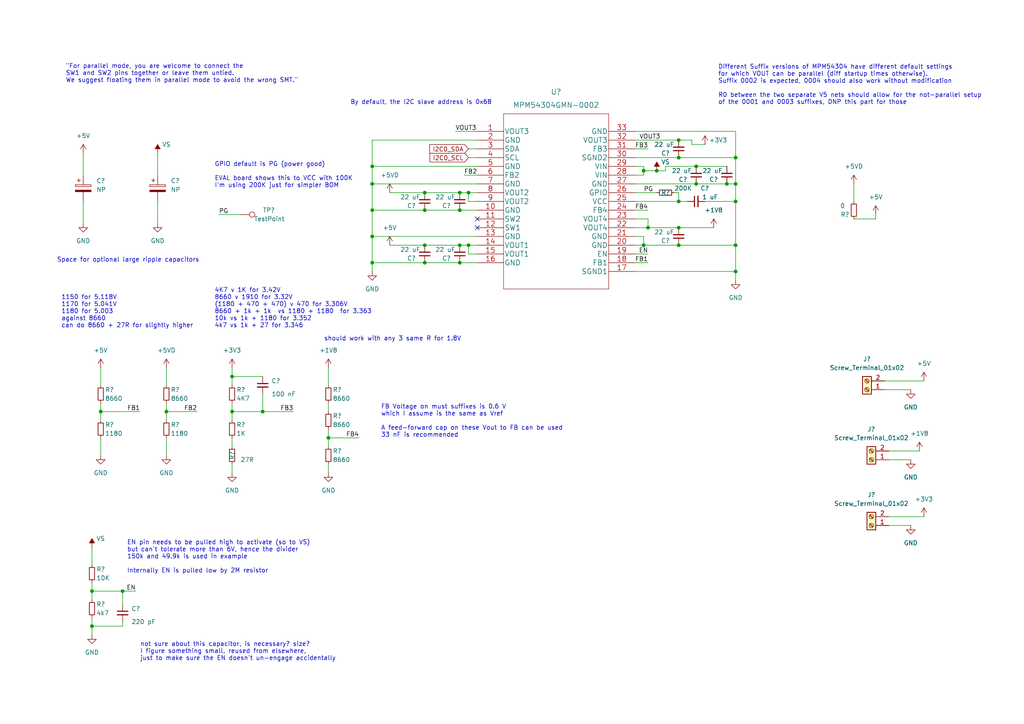
<source format=kicad_sch>
(kicad_sch (version 20211123) (generator eeschema)
  (paper "A4")
  (lib_symbols
    (symbol "Connector:Screw_Terminal_01x02" (pin_names (offset 1.016) hide)
      (property "Reference" "J" (at 0 2.54 0))
      (property "Value" "Screw_Terminal_01x02" (at 0 -5.08 0))
      (symbol "Screw_Terminal_01x02_1_1"
        (rectangle (start -1.27 1.27) (end 1.27 -3.81) (stroke (width 0.254)) (fill (type background)))
        (circle (center 0 -2.54) (radius 0.635) (stroke (width 0.1524)))
        (polyline (pts (xy -0.5334 -2.2098) (xy 0.3302 -3.048)) (stroke (width 0.1524)))
        (polyline (pts (xy -0.5334 0.3302) (xy 0.3302 -0.508)) (stroke (width 0.1524)))
        (polyline (pts (xy -0.3556 -2.032) (xy 0.508 -2.8702)) (stroke (width 0.1524)))
        (polyline (pts (xy -0.3556 0.508) (xy 0.508 -0.3302)) (stroke (width 0.1524)))
        (circle (center 0 0) (radius 0.635) (stroke (width 0.1524)))
        (pin passive line (at -5.08 0 0) (length 3.81) (name "Pin_1") (number "1"))
        (pin passive line (at -5.08 -2.54 0) (length 3.81) (name "Pin_2") (number "2"))
      )
    )
    (symbol "Connector:TestPoint" (pin_numbers hide) (pin_names (offset 0.762) hide)
      (property "Reference" "TP" (at 0 6.858 0))
      (property "Value" "TestPoint" (at 0 5.08 0))
      (symbol "TestPoint_0_1"
        (circle (center 0 3.302) (radius 0.762))
      )
      (symbol "TestPoint_1_1"
        (pin passive line (at 0 0 90) (length 2.54) (name "1") (number "1"))
      )
    )
    (symbol "Device:C_Polarized" (pin_numbers hide) (pin_names (offset 0.254))
      (property "Reference" "C" (at 0.635 2.54 0))
      (property "Value" "C_Polarized" (at 0.635 -2.54 0))
      (symbol "C_Polarized_0_1"
        (rectangle (start -2.286 0.508) (end 2.286 1.016))
        (polyline (pts (xy -1.778 2.286) (xy -0.762 2.286)))
        (polyline (pts (xy -1.27 2.794) (xy -1.27 1.778)))
        (rectangle (start 2.286 -0.508) (end -2.286 -1.016) (fill (type outline)))
      )
      (symbol "C_Polarized_1_1"
        (pin passive line (at 0 3.81 270) (length 2.794) (name "~") (number "1"))
        (pin passive line (at 0 -3.81 90) (length 2.794) (name "~") (number "2"))
      )
    )
    (symbol "Device:C_Small" (pin_numbers hide) (pin_names (offset 0.254) hide)
      (property "Reference" "C" (at 0.254 1.778 0))
      (property "Value" "C_Small" (at 0.254 -2.032 0))
      (symbol "C_Small_0_1"
        (polyline (pts (xy -1.524 -0.508) (xy 1.524 -0.508)) (stroke (width 0.3302)))
        (polyline (pts (xy -1.524 0.508) (xy 1.524 0.508)) (stroke (width 0.3048)))
      )
      (symbol "C_Small_1_1"
        (pin passive line (at 0 2.54 270) (length 2.032) (name "~") (number "1"))
        (pin passive line (at 0 -2.54 90) (length 2.032) (name "~") (number "2"))
      )
    )
    (symbol "Device:R_Small" (pin_numbers hide) (pin_names (offset 0.254) hide)
      (property "Reference" "R" (at 0.762 0.508 0))
      (property "Value" "R_Small" (at 0.762 -1.016 0))
      (symbol "R_Small_0_1"
        (rectangle (start -0.762 1.778) (end 0.762 -1.778) (stroke (width 0.2032)))
      )
      (symbol "R_Small_1_1"
        (pin passive line (at 0 2.54 270) (length 0.762) (name "~") (number "1"))
        (pin passive line (at 0 -2.54 90) (length 0.762) (name "~") (number "2"))
      )
    )
    (symbol "MPM54304:MPM54304GMN-0002" (pin_names (offset 0.254))
      (property "Reference" "U" (at 22.86 10.16 0))
      (property "Value" "MPM54304GMN-0002" (at 22.86 7.62 0))
      (symbol "MPM54304GMN-0002_1_1"
        (polyline (pts (xy 7.62 -45.72) (xy 38.1 -45.72)) (stroke (width 0.127)))
        (polyline (pts (xy 7.62 5.08) (xy 7.62 -45.72)) (stroke (width 0.127)))
        (polyline (pts (xy 38.1 -45.72) (xy 38.1 5.08)) (stroke (width 0.127)))
        (polyline (pts (xy 38.1 5.08) (xy 7.62 5.08)) (stroke (width 0.127)))
        (pin output line (at 0 0 0) (length 7.62) (name "VOUT3") (number "1"))
        (pin power_in line (at 0 -22.86 0) (length 7.62) (name "GND") (number "10"))
        (pin bidirectional line (at 0 -25.4 0) (length 7.62) (name "SW2") (number "11"))
        (pin bidirectional line (at 0 -27.94 0) (length 7.62) (name "SW1") (number "12"))
        (pin power_in line (at 0 -30.48 0) (length 7.62) (name "GND") (number "13"))
        (pin output line (at 0 -33.02 0) (length 7.62) (name "VOUT1") (number "14"))
        (pin output line (at 0 -35.56 0) (length 7.62) (name "VOUT1") (number "15"))
        (pin power_in line (at 0 -38.1 0) (length 7.62) (name "GND") (number "16"))
        (pin power_in line (at 45.72 -40.64 180) (length 7.62) (name "SGND1") (number "17"))
        (pin bidirectional line (at 45.72 -38.1 180) (length 7.62) (name "FB1") (number "18"))
        (pin unspecified line (at 45.72 -35.56 180) (length 7.62) (name "EN") (number "19"))
        (pin power_in line (at 0 -2.54 0) (length 7.62) (name "GND") (number "2"))
        (pin power_in line (at 45.72 -33.02 180) (length 7.62) (name "GND") (number "20"))
        (pin power_in line (at 45.72 -30.48 180) (length 7.62) (name "GND") (number "21"))
        (pin output line (at 45.72 -27.94 180) (length 7.62) (name "VOUT4") (number "22"))
        (pin output line (at 45.72 -25.4 180) (length 7.62) (name "VOUT4") (number "23"))
        (pin bidirectional line (at 45.72 -22.86 180) (length 7.62) (name "FB4") (number "24"))
        (pin power_in line (at 45.72 -20.32 180) (length 7.62) (name "VCC") (number "25"))
        (pin unspecified line (at 45.72 -17.78 180) (length 7.62) (name "GPIO") (number "26"))
        (pin power_in line (at 45.72 -15.24 180) (length 7.62) (name "GND") (number "27"))
        (pin unspecified line (at 45.72 -12.7 180) (length 7.62) (name "VIN") (number "28"))
        (pin unspecified line (at 45.72 -10.16 180) (length 7.62) (name "VIN") (number "29"))
        (pin unspecified line (at 0 -5.08 0) (length 7.62) (name "SDA") (number "3"))
        (pin power_in line (at 45.72 -7.62 180) (length 7.62) (name "SGND2") (number "30"))
        (pin bidirectional line (at 45.72 -5.08 180) (length 7.62) (name "FB3") (number "31"))
        (pin output line (at 45.72 -2.54 180) (length 7.62) (name "VOUT3") (number "32"))
        (pin power_in line (at 45.72 0 180) (length 7.62) (name "GND") (number "33"))
        (pin unspecified line (at 0 -7.62 0) (length 7.62) (name "SCL") (number "4"))
        (pin power_in line (at 0 -10.16 0) (length 7.62) (name "GND") (number "5"))
        (pin bidirectional line (at 0 -12.7 0) (length 7.62) (name "FB2") (number "6"))
        (pin power_in line (at 0 -15.24 0) (length 7.62) (name "GND") (number "7"))
        (pin output line (at 0 -17.78 0) (length 7.62) (name "VOUT2") (number "8"))
        (pin output line (at 0 -20.32 0) (length 7.62) (name "VOUT2") (number "9"))
      )
    )
    (symbol "power:+1V8" (power) (pin_names (offset 0))
      (property "Value" "+1V8" (at 0 3.556 0))
      (symbol "+1V8_0_1"
        (polyline (pts (xy -0.762 1.27) (xy 0 2.54)))
        (polyline (pts (xy 0 0) (xy 0 2.54)))
        (polyline (pts (xy 0 2.54) (xy 0.762 1.27)))
      )
      (symbol "+1V8_1_1"
        (pin power_in line (at 0 0 90) (length 0) hide (name "+1V8") (number "1"))
      )
    )
    (symbol "power:+3.3V" (power) (pin_names (offset 0))
      (property "Value" "+3.3V" (at 0 3.556 0))
      (symbol "+3.3V_0_1"
        (polyline (pts (xy -0.762 1.27) (xy 0 2.54)))
        (polyline (pts (xy 0 0) (xy 0 2.54)))
        (polyline (pts (xy 0 2.54) (xy 0.762 1.27)))
      )
      (symbol "+3.3V_1_1"
        (pin power_in line (at 0 0 90) (length 0) hide (name "+3V3") (number "1"))
      )
    )
    (symbol "power:+5V" (power) (pin_names (offset 0))
      (property "Value" "+5V" (at 0 3.556 0))
      (symbol "+5V_0_1"
        (polyline (pts (xy -0.762 1.27) (xy 0 2.54)))
        (polyline (pts (xy 0 0) (xy 0 2.54)))
        (polyline (pts (xy 0 2.54) (xy 0.762 1.27)))
      )
      (symbol "+5V_1_1"
        (pin power_in line (at 0 0 90) (length 0) hide (name "+5V") (number "1"))
      )
    )
    (symbol "power:+5VD" (power) (pin_names (offset 0))
      (property "Value" "+5VD" (at 0 3.556 0))
      (symbol "+5VD_0_1"
        (polyline (pts (xy -0.762 1.27) (xy 0 2.54)))
        (polyline (pts (xy 0 0) (xy 0 2.54)))
        (polyline (pts (xy 0 2.54) (xy 0.762 1.27)))
      )
      (symbol "+5VD_1_1"
        (pin power_in line (at 0 0 90) (length 0) hide (name "+5VD") (number "1"))
      )
    )
    (symbol "power:GND" (power) (pin_names (offset 0))
      (property "Value" "GND" (at 0 -3.81 0))
      (symbol "GND_0_1"
        (polyline (pts (xy 0 0) (xy 0 -1.27) (xy 1.27 -1.27) (xy 0 -2.54) (xy -1.27 -1.27) (xy 0 -1.27)))
      )
      (symbol "GND_1_1"
        (pin power_in line (at 0 0 270) (length 0) hide (name "GND") (number "1"))
      )
    )
    (symbol "power:VS" (power) (pin_names (offset 0))
      (property "Value" "VS" (at 0 3.81 0))
      (symbol "VS_0_1"
        (polyline (pts (xy 0 0) (xy 0 2.54)))
        (polyline (pts (xy 0.762 1.27) (xy -0.762 1.27) (xy 0 2.54) (xy 0.762 1.27)) (fill (type outline)))
      )
      (symbol "VS_1_1"
        (pin power_in line (at 0 0 90) (length 0) hide (name "VS") (number "1"))
      )
    )
  )
  (junction (at 213.36 78.74))
  (junction (at 107.95 48.26))
  (junction (at 186.69 49.53))
  (junction (at 123.19 71.12))
  (junction (at 196.85 71.12))
  (junction (at 187.96 66.04))
  (junction (at 133.35 76.2))
  (junction (at 95.25 127))
  (junction (at 107.95 53.34))
  (junction (at 190.5 49.53))
  (junction (at 196.85 66.04))
  (junction (at 196.85 45.72))
  (junction (at 213.36 58.42))
  (junction (at 133.35 71.12))
  (junction (at 135.89 71.12))
  (junction (at 213.36 45.72))
  (junction (at 48.26 119.38))
  (junction (at 123.19 76.2))
  (junction (at 210.82 53.34))
  (junction (at 213.36 53.34))
  (junction (at 35.56 171.45))
  (junction (at 67.31 119.38))
  (junction (at 186.69 71.12))
  (junction (at 201.93 53.34))
  (junction (at 67.31 109.22))
  (junction (at 201.93 48.26))
  (junction (at 107.95 60.96))
  (junction (at 196.85 40.64))
  (junction (at 135.89 55.88))
  (junction (at 107.95 76.2))
  (junction (at 76.2 119.38))
  (junction (at 26.67 171.45))
  (junction (at 107.95 68.58))
  (junction (at 29.21 119.38))
  (junction (at 196.85 58.42))
  (junction (at 123.19 60.96))
  (junction (at 123.19 55.88))
  (junction (at 133.35 60.96))
  (junction (at 213.36 71.12))
  (junction (at 26.67 181.61))
  (junction (at 133.35 55.88))
  (no_connect (at 138.43 63.5))
  (no_connect (at 138.43 66.04))
  (wire (pts (xy 193.04 48.26) (xy 201.93 48.26)))
  (wire (pts (xy 26.67 158.75) (xy 26.67 163.83)))
  (wire (pts (xy 67.31 109.22) (xy 76.2 109.22)))
  (wire (pts (xy 196.85 40.64) (xy 200.66 40.64)))
  (wire (pts (xy 135.89 58.42) (xy 135.89 55.88)))
  (wire (pts (xy 133.35 55.88) (xy 135.89 55.88)))
  (wire (pts (xy 67.31 119.38) (xy 67.31 121.92)))
  (wire (pts (xy 67.31 109.22) (xy 67.31 111.76)))
  (wire (pts (xy 67.31 127) (xy 67.31 129.54)))
  (wire (pts (xy 107.95 60.96) (xy 123.19 60.96)))
  (wire (pts (xy 135.89 55.88) (xy 138.43 55.88)))
  (wire (pts (xy 95.25 127) (xy 95.25 129.54)))
  (wire (pts (xy 200.66 41.91) (xy 200.66 40.64)))
  (wire (pts (xy 35.56 171.45) (xy 39.37 171.45)))
  (wire (pts (xy 95.25 134.62) (xy 95.25 137.16)))
  (wire (pts (xy 48.26 119.38) (xy 57.15 119.38)))
  (wire (pts (xy 35.56 180.34) (xy 35.56 181.61)))
  (wire (pts (xy 95.25 127) (xy 104.14 127)))
  (wire (pts (xy 135.89 73.66) (xy 135.89 71.12)))
  (wire (pts (xy 196.85 45.72) (xy 213.36 45.72)))
  (wire (pts (xy 67.31 116.84) (xy 67.31 119.38)))
  (wire (pts (xy 184.15 68.58) (xy 186.69 68.58)))
  (wire (pts (xy 213.36 58.42) (xy 213.36 71.12)))
  (wire (pts (xy 184.15 58.42) (xy 196.85 58.42)))
  (wire (pts (xy 29.21 119.38) (xy 40.64 119.38)))
  (wire (pts (xy 132.08 38.1) (xy 138.43 38.1)))
  (wire (pts (xy 257.81 133.35) (xy 264.16 133.35)))
  (wire (pts (xy 184.15 71.12) (xy 186.69 71.12)))
  (wire (pts (xy 186.69 68.58) (xy 186.69 71.12)))
  (wire (pts (xy 184.15 43.18) (xy 187.96 43.18)))
  (wire (pts (xy 138.43 40.64) (xy 107.95 40.64)))
  (wire (pts (xy 201.93 48.26) (xy 210.82 48.26)))
  (wire (pts (xy 107.95 76.2) (xy 107.95 78.74)))
  (wire (pts (xy 26.67 168.91) (xy 26.67 171.45)))
  (wire (pts (xy 196.85 66.04) (xy 207.01 66.04)))
  (wire (pts (xy 196.85 55.88) (xy 196.85 58.42)))
  (wire (pts (xy 184.15 55.88) (xy 190.5 55.88)))
  (wire (pts (xy 63.5 62.23) (xy 69.85 62.23)))
  (wire (pts (xy 133.35 76.2) (xy 138.43 76.2)))
  (wire (pts (xy 187.96 63.5) (xy 187.96 66.04)))
  (wire (pts (xy 213.36 38.1) (xy 213.36 45.72)))
  (wire (pts (xy 184.15 66.04) (xy 187.96 66.04)))
  (wire (pts (xy 35.56 171.45) (xy 35.56 175.26)))
  (wire (pts (xy 184.15 40.64) (xy 196.85 40.64)))
  (wire (pts (xy 135.89 71.12) (xy 138.43 71.12)))
  (wire (pts (xy 123.19 60.96) (xy 133.35 60.96)))
  (wire (pts (xy 186.69 71.12) (xy 196.85 71.12)))
  (wire (pts (xy 210.82 53.34) (xy 213.36 53.34)))
  (wire (pts (xy 213.36 71.12) (xy 213.36 78.74)))
  (wire (pts (xy 138.43 58.42) (xy 135.89 58.42)))
  (wire (pts (xy 184.15 53.34) (xy 201.93 53.34)))
  (wire (pts (xy 48.26 116.84) (xy 48.26 119.38)))
  (wire (pts (xy 26.67 171.45) (xy 35.56 171.45)))
  (wire (pts (xy 107.95 60.96) (xy 107.95 68.58)))
  (wire (pts (xy 29.21 116.84) (xy 29.21 119.38)))
  (wire (pts (xy 256.54 110.49) (xy 267.97 110.49)))
  (wire (pts (xy 95.25 124.46) (xy 95.25 127)))
  (wire (pts (xy 26.67 173.99) (xy 26.67 171.45)))
  (wire (pts (xy 107.95 53.34) (xy 107.95 60.96)))
  (wire (pts (xy 67.31 134.62) (xy 67.31 137.16)))
  (wire (pts (xy 113.03 55.88) (xy 123.19 55.88)))
  (wire (pts (xy 187.96 66.04) (xy 196.85 66.04)))
  (wire (pts (xy 184.15 48.26) (xy 186.69 48.26)))
  (wire (pts (xy 196.85 58.42) (xy 199.39 58.42)))
  (wire (pts (xy 133.35 71.12) (xy 135.89 71.12)))
  (wire (pts (xy 190.5 49.53) (xy 186.69 49.53)))
  (wire (pts (xy 123.19 76.2) (xy 133.35 76.2)))
  (wire (pts (xy 195.58 55.88) (xy 196.85 55.88)))
  (wire (pts (xy 48.26 119.38) (xy 48.26 121.92)))
  (wire (pts (xy 107.95 76.2) (xy 123.19 76.2)))
  (wire (pts (xy 26.67 181.61) (xy 26.67 184.15)))
  (wire (pts (xy 26.67 179.07) (xy 26.67 181.61)))
  (wire (pts (xy 107.95 53.34) (xy 138.43 53.34)))
  (wire (pts (xy 138.43 73.66) (xy 135.89 73.66)))
  (wire (pts (xy 48.26 127) (xy 48.26 132.08)))
  (wire (pts (xy 256.54 113.03) (xy 264.16 113.03)))
  (wire (pts (xy 257.81 149.86) (xy 267.97 149.86)))
  (wire (pts (xy 95.25 106.68) (xy 95.25 111.76)))
  (wire (pts (xy 184.15 76.2) (xy 187.96 76.2)))
  (wire (pts (xy 95.25 116.84) (xy 95.25 119.38)))
  (wire (pts (xy 24.13 58.42) (xy 24.13 64.77)))
  (wire (pts (xy 35.56 181.61) (xy 26.67 181.61)))
  (wire (pts (xy 254 62.23) (xy 254 63.5)))
  (wire (pts (xy 29.21 127) (xy 29.21 132.08)))
  (wire (pts (xy 184.15 63.5) (xy 187.96 63.5)))
  (wire (pts (xy 186.69 50.8) (xy 186.69 49.53)))
  (wire (pts (xy 45.72 44.45) (xy 45.72 50.8)))
  (wire (pts (xy 67.31 106.68) (xy 67.31 109.22)))
  (wire (pts (xy 196.85 71.12) (xy 213.36 71.12)))
  (wire (pts (xy 48.26 106.68) (xy 48.26 111.76)))
  (wire (pts (xy 184.15 45.72) (xy 196.85 45.72)))
  (wire (pts (xy 204.47 41.91) (xy 200.66 41.91)))
  (wire (pts (xy 107.95 40.64) (xy 107.95 48.26)))
  (wire (pts (xy 254 63.5) (xy 247.65 63.5)))
  (wire (pts (xy 67.31 119.38) (xy 76.2 119.38)))
  (wire (pts (xy 135.89 45.72) (xy 138.43 45.72)))
  (wire (pts (xy 257.81 152.4) (xy 264.16 152.4)))
  (wire (pts (xy 113.03 71.12) (xy 123.19 71.12)))
  (wire (pts (xy 184.15 60.96) (xy 187.96 60.96)))
  (wire (pts (xy 257.81 130.81) (xy 266.7 130.81)))
  (wire (pts (xy 213.36 78.74) (xy 213.36 81.28)))
  (wire (pts (xy 107.95 68.58) (xy 107.95 76.2)))
  (wire (pts (xy 24.13 44.45) (xy 24.13 50.8)))
  (wire (pts (xy 184.15 50.8) (xy 186.69 50.8)))
  (wire (pts (xy 213.36 53.34) (xy 213.36 58.42)))
  (wire (pts (xy 213.36 45.72) (xy 213.36 53.34)))
  (wire (pts (xy 76.2 114.3) (xy 76.2 119.38)))
  (wire (pts (xy 184.15 73.66) (xy 187.96 73.66)))
  (wire (pts (xy 107.95 48.26) (xy 107.95 53.34)))
  (wire (pts (xy 76.2 119.38) (xy 85.09 119.38)))
  (wire (pts (xy 204.47 58.42) (xy 213.36 58.42)))
  (wire (pts (xy 186.69 48.26) (xy 186.69 49.53)))
  (wire (pts (xy 193.04 48.26) (xy 193.04 49.53)))
  (wire (pts (xy 193.04 49.53) (xy 190.5 49.53)))
  (wire (pts (xy 184.15 38.1) (xy 213.36 38.1)))
  (wire (pts (xy 133.35 60.96) (xy 138.43 60.96)))
  (wire (pts (xy 134.62 50.8) (xy 138.43 50.8)))
  (wire (pts (xy 107.95 48.26) (xy 138.43 48.26)))
  (wire (pts (xy 29.21 119.38) (xy 29.21 121.92)))
  (wire (pts (xy 123.19 55.88) (xy 133.35 55.88)))
  (wire (pts (xy 201.93 53.34) (xy 210.82 53.34)))
  (wire (pts (xy 107.95 68.58) (xy 138.43 68.58)))
  (wire (pts (xy 45.72 58.42) (xy 45.72 64.77)))
  (wire (pts (xy 29.21 106.68) (xy 29.21 111.76)))
  (wire (pts (xy 247.65 53.34) (xy 247.65 58.42)))
  (wire (pts (xy 184.15 78.74) (xy 213.36 78.74)))
  (wire (pts (xy 135.89 43.18) (xy 138.43 43.18)))
  (wire (pts (xy 123.19 71.12) (xy 133.35 71.12)))
  (text "should work with any 3 same R for 1.8V" (at 93.98 99.06 0) (effects (font (size 1.27 1.27)) (justify left bottom)))
  (text "\"For parallel mode, you are welcome to connect the \nSW1 and SW2 pins together or leave them untied.\nWe suggest floating them in parallel mode to avoid the wrong SMT.\"" (at 19.05 24.13 0) (effects (font (size 1.27 1.27)) (justify left bottom)))
  (text "Space for optional large ripple capacitors" (at 16.51 76.2 0) (effects (font (size 1.27 1.27)) (justify left bottom)))
  (text "EN pin needs to be pulled high to activate (so to VS)\nbut can't tolerate more than 6V, hence the divider\n150k and 49.9k is used in example\n\nInternally EN is pulled low by 2M resistor" (at 36.83 166.37 0) (effects (font (size 1.27 1.27)) (justify left bottom)))
  (text "not sure about this capacitor, is necessary? size?\nI figure something small, reused from elsewhere,\njust to make sure the EN doesn't un-engage accidentally" (at 40.64 191.77 0) (effects (font (size 1.27 1.27)) (justify left bottom)))
  (text "1150 for 5.118V\n1170 for 5.041V\n1180 for 5.003\nagainst 8660\ncan do 8660 + 27R for slightly higher" (at 17.78 95.25 0) (effects (font (size 1.27 1.27)) (justify left bottom)))
  (text "GPIO default is PG (power good)\n\nEVAL board shows this to VCC with 100K\nI'm using 200K just for simpler BOM" (at 62.23 54.61 0) (effects (font (size 1.27 1.27)) (justify left bottom)))
  (text "4K7 v 1K for 3.42V\n8660 v 1910 for 3.32V\n(1180 + 470 + 470) v 470 for 3.306V\n8660 + 1k + 1k  vs 1180 + 1180  for 3.363\n10k vs 1k + 1180 for 3.352\n4k7 vs 1k + 27 for 3.346" (at 62.23 95.25 0) (effects (font (size 1.27 1.27)) (justify left bottom)))
  (text "Different Suffix versions of MPM54304 have different default settings\nfor which VOUT can be parallel (diff startup times otherwise).\nSuffix 0002 is expected, 0004 should also work without modification\n\nR0 between the two separate V5 nets should allow for the not-parallel setup\nof the 0001 and 0003 suffixes, DNP this part for those" (at 208.28 30.48 0) (effects (font (size 1.27 1.27)) (justify left bottom)))
  (text "By default, the I2C slave address is 0x68" (at 101.6 30.48 0) (effects (font (size 1.27 1.27)) (justify left bottom)))
  (text "FB Voltage on must suffixes is 0.6 V\nwhich I assume is the same as Vref\n\nA feed-forward cap on these Vout to FB can be used\n33 nF is recommended" (at 110.49 127 0) (effects (font (size 1.27 1.27)) (justify left bottom)))
  (label "PG" (at 63.5 62.23 0))
  (label "FB1" (at 187.96 76.2 180))
  (label "EN" (at 187.96 73.66 180))
  (label "PG" (at 186.69 55.88 0))
  (label "FB4" (at 187.96 60.96 180))
  (label "FB3" (at 85.09 119.38 180))
  (label "FB1" (at 40.64 119.38 180))
  (label "EN" (at 39.37 171.45 180))
  (label "FB4" (at 104.14 127 180))
  (label "VOUT3" (at 132.08 38.1 0))
  (label "FB3" (at 187.96 43.18 180))
  (label "VOUT3" (at 185.42 40.64 0))
  (label "FB2" (at 134.62 50.8 0))
  (label "FB2" (at 57.15 119.38 180))
  (global_label "I2C0_SCL" (shape input) (at 135.89 45.72 180) (property "Intersheet References" "${INTERSHEET_REFS}" (effects hide)))
  (global_label "I2C0_SDA" (shape input) (at 135.89 43.18 180) (property "Intersheet References" "${INTERSHEET_REFS}" (effects hide)))
  (symbol (lib_id "Device:C_Small") (at 123.19 73.66 180) (unit 1)
    (property "Reference" "C?" (at 120.65 74.9238 0) (effects (justify left)))
    (property "Value" "22 uF" (at 121.92 72.39 0) (effects (justify left)))
  )
  (symbol (lib_id "Device:C_Small") (at 133.35 58.42 180) (unit 1)
    (property "Reference" "C?" (at 130.81 59.6838 0) (effects (justify left)))
    (property "Value" "22 uF" (at 132.08 57.15 0) (effects (justify left)))
  )
  (symbol (lib_id "power:GND") (at 264.16 113.03 0) (unit 1)
    (property "Reference" "#PWR?" (effects hide))
    (property "Value" "GND" (at 264.16 118.11 0))
  )
  (symbol (lib_id "power:+5V") (at 267.97 110.49 0) (unit 1)
    (property "Reference" "#PWR?" (effects hide))
    (property "Value" "+5V" (at 267.97 105.41 0))
  )
  (symbol (lib_id "Device:C_Polarized") (at 45.72 54.61 0) (unit 1)
    (property "Reference" "C?" (at 49.53 52.4509 0) (effects (justify left)))
    (property "Value" "NP" (at 49.53 54.9909 0) (effects (justify left)))
  )
  (symbol (lib_id "Connector:TestPoint") (at 69.85 62.23 270) (unit 1)
    (property "Reference" "TP?" (at 76.2 60.96 90) (effects (justify left)))
    (property "Value" "TestPoint" (at 73.66 63.5 90) (effects (justify left)))
  )
  (symbol (lib_id "power:GND") (at 264.16 133.35 0) (unit 1)
    (property "Reference" "#PWR?" (effects hide))
    (property "Value" "GND" (at 264.16 138.43 0))
  )
  (symbol (lib_id "power:+1V8") (at 266.7 130.81 0) (unit 1)
    (property "Reference" "#PWR?" (effects hide))
    (property "Value" "+1V8" (at 266.7 125.73 0))
  )
  (symbol (lib_id "power:GND") (at 264.16 152.4 0) (unit 1)
    (property "Reference" "#PWR?" (effects hide))
    (property "Value" "GND" (at 264.16 157.48 0))
  )
  (symbol (lib_id "power:+5VD") (at 113.03 55.88 0) (unit 1)
    (property "Reference" "#PWR?" (effects hide))
    (property "Value" "+5VD" (at 113.03 50.8 0))
  )
  (symbol (lib_id "power:+5VD") (at 247.65 53.34 0) (unit 1)
    (property "Reference" "#PWR?" (effects hide))
    (property "Value" "+5VD" (at 247.65 48.26 0))
  )
  (symbol (lib_id "Device:R_Small") (at 247.65 60.96 180) (unit 1)
    (property "Reference" "R?" (at 246.38 62.23 0) (effects (justify left)))
    (property "Value" "0" (at 245.11 59.69 0) (effects (justify left)))
  )
  (symbol (lib_id "power:GND") (at 95.25 137.16 0) (unit 1)
    (property "Reference" "#PWR?" (effects hide))
    (property "Value" "GND" (at 95.25 142.24 0))
  )
  (symbol (lib_id "Device:C_Small") (at 201.93 58.42 90) (unit 1)
    (property "Reference" "C?" (at 205.74 54.61 90) (effects (justify left)))
    (property "Value" "1 uF" (at 208.28 57.15 90) (effects (justify left)))
  )
  (symbol (lib_id "power:VS") (at 26.67 158.75 0) (unit 1)
    (property "Reference" "#PWR?" (effects hide))
    (property "Value" "VS" (at 29.21 156.21 0))
  )
  (symbol (lib_id "Device:C_Small") (at 76.2 111.76 0) (unit 1)
    (property "Reference" "C?" (at 78.74 110.4962 0) (effects (justify left)))
    (property "Value" "100 nF" (at 78.74 114.3 0) (effects (justify left)))
  )
  (symbol (lib_id "power:+5V") (at 29.21 106.68 0) (unit 1)
    (property "Reference" "#PWR?" (effects hide))
    (property "Value" "+5V" (at 29.21 101.6 0))
  )
  (symbol (lib_id "Device:R_Small") (at 29.21 114.3 0) (unit 1)
    (property "Reference" "R?" (at 30.48 113.03 0) (effects (justify left)))
    (property "Value" "8660" (at 30.48 115.57 0) (effects (justify left)))
  )
  (symbol (lib_id "power:VS") (at 45.72 44.45 0) (unit 1)
    (property "Reference" "#PWR?" (effects hide))
    (property "Value" "VS" (at 48.26 41.91 0))
  )
  (symbol (lib_id "Device:C_Small") (at 133.35 73.66 180) (unit 1)
    (property "Reference" "C?" (at 130.81 74.9238 0) (effects (justify left)))
    (property "Value" "22 uF" (at 132.08 72.39 0) (effects (justify left)))
  )
  (symbol (lib_id "Device:R_Small") (at 95.25 132.08 0) (unit 1)
    (property "Reference" "R?" (at 96.52 130.81 0) (effects (justify left)))
    (property "Value" "8660" (at 96.52 133.35 0) (effects (justify left)))
  )
  (symbol (lib_id "Device:R_Small") (at 67.31 124.46 0) (unit 1)
    (property "Reference" "R?" (at 68.58 123.19 0) (effects (justify left)))
    (property "Value" "1K" (at 68.58 125.73 0) (effects (justify left)))
  )
  (symbol (lib_id "power:GND") (at 24.13 64.77 0) (unit 1)
    (property "Reference" "#PWR?" (effects hide))
    (property "Value" "GND" (at 24.13 69.85 0))
  )
  (symbol (lib_id "power:+3.3V") (at 204.47 41.91 0) (unit 1)
    (property "Reference" "#PWR?" (effects hide))
    (property "Value" "+3.3V" (at 208.28 40.64 0))
  )
  (symbol (lib_id "Device:R_Small") (at 193.04 55.88 270) (unit 1)
    (property "Reference" "R?" (at 191.77 55.88 90) (effects (justify left)))
    (property "Value" "200K" (at 195.58 54.61 90) (effects (justify left)))
  )
  (symbol (lib_id "power:+5V") (at 113.03 71.12 0) (unit 1)
    (property "Reference" "#PWR?" (effects hide))
    (property "Value" "+5V" (at 113.03 66.04 0))
  )
  (symbol (lib_id "MPM54304:MPM54304GMN-0002") (at 138.43 38.1 0) (unit 1)
    (property "Reference" "U?" (at 161.29 26.67 0) (effects (font (size 1.524 1.524))))
    (property "Value" "MPM54304GMN-0002" (at 161.29 30.48 0) (effects (font (size 1.524 1.524))))
    (property "Footprint" "PowerIC:MPM54304GMN-0002" (effects hide))
  )
  (symbol (lib_id "Device:C_Small") (at 210.82 50.8 180) (unit 1)
    (property "Reference" "C?" (at 208.28 52.0638 0) (effects (justify left)))
    (property "Value" "22 uF" (at 209.55 49.53 0) (effects (justify left)))
  )
  (symbol (lib_id "Device:C_Small") (at 201.93 50.8 180) (unit 1)
    (property "Reference" "C?" (at 199.39 52.0638 0) (effects (justify left)))
    (property "Value" "22 uF" (at 200.66 49.53 0) (effects (justify left)))
  )
  (symbol (lib_id "power:+1V8") (at 207.01 66.04 0) (unit 1)
    (property "Reference" "#PWR?" (effects hide))
    (property "Value" "+1V8" (at 207.01 60.96 0))
  )
  (symbol (lib_id "power:+5V") (at 254 62.23 0) (unit 1)
    (property "Reference" "#PWR?" (effects hide))
    (property "Value" "+5V" (at 254 57.15 0))
  )
  (symbol (lib_id "power:GND") (at 26.67 184.15 0) (unit 1)
    (property "Reference" "#PWR?" (effects hide))
    (property "Value" "GND" (at 26.67 189.23 0))
  )
  (symbol (lib_id "power:+3.3V") (at 67.31 106.68 0) (unit 1)
    (property "Reference" "#PWR?" (effects hide))
    (property "Value" "+3.3V" (at 67.31 101.6 0))
  )
  (symbol (lib_id "Device:C_Polarized") (at 24.13 54.61 0) (unit 1)
    (property "Reference" "C?" (at 27.94 52.4509 0) (effects (justify left)))
    (property "Value" "NP" (at 27.94 54.9909 0) (effects (justify left)))
  )
  (symbol (lib_id "Device:R_Small") (at 26.67 176.53 0) (unit 1)
    (property "Reference" "R?" (at 27.94 175.26 0) (effects (justify left)))
    (property "Value" "4k7" (at 27.94 177.8 0) (effects (justify left)))
  )
  (symbol (lib_id "power:GND") (at 213.36 81.28 0) (unit 1)
    (property "Reference" "#PWR?" (effects hide))
    (property "Value" "GND" (at 213.36 86.36 0))
  )
  (symbol (lib_id "power:+5V") (at 24.13 44.45 0) (unit 1)
    (property "Reference" "#PWR?" (effects hide))
    (property "Value" "+5V" (at 24.13 39.37 0))
  )
  (symbol (lib_id "Device:C_Small") (at 35.56 177.8 0) (unit 1)
    (property "Reference" "C?" (at 38.1 176.5362 0) (effects (justify left)))
    (property "Value" "220 pF" (at 38.1 180.34 0) (effects (justify left)))
  )
  (symbol (lib_id "Connector:Screw_Terminal_01x02") (at 252.73 133.35 180) (unit 1)
    (property "Reference" "J?" (at 252.73 124.46 0))
    (property "Value" "Screw_Terminal_01x02" (at 252.73 127 0))
  )
  (symbol (lib_id "power:+3.3V") (at 267.97 149.86 0) (unit 1)
    (property "Reference" "#PWR?" (effects hide))
    (property "Value" "+3.3V" (at 267.97 144.78 0))
  )
  (symbol (lib_id "Device:R_Small") (at 26.67 166.37 0) (unit 1)
    (property "Reference" "R?" (at 27.94 165.1 0) (effects (justify left)))
    (property "Value" "10K" (at 27.94 167.64 0) (effects (justify left)))
  )
  (symbol (lib_id "Device:C_Small") (at 196.85 43.18 180) (unit 1)
    (property "Reference" "C?" (at 194.31 44.4438 0) (effects (justify left)))
    (property "Value" "22 uF" (at 195.58 41.91 0) (effects (justify left)))
  )
  (symbol (lib_id "Device:R_Small") (at 48.26 114.3 0) (unit 1)
    (property "Reference" "R?" (at 49.53 113.03 0) (effects (justify left)))
    (property "Value" "8660" (at 49.53 115.57 0) (effects (justify left)))
  )
  (symbol (lib_id "power:VS") (at 190.5 49.53 0) (unit 1)
    (property "Reference" "#PWR?" (effects hide))
    (property "Value" "VS" (at 193.04 46.99 0))
  )
  (symbol (lib_id "Device:R_Small") (at 67.31 132.08 180) (unit 1)
    (property "Reference" "R?" (at 67.31 130.81 90) (effects (justify left)))
    (property "Value" "27R" (at 73.66 133.35 0) (effects (justify left)))
  )
  (symbol (lib_id "power:GND") (at 29.21 132.08 0) (unit 1)
    (property "Reference" "#PWR?" (effects hide))
    (property "Value" "GND" (at 29.21 137.16 0))
  )
  (symbol (lib_id "power:GND") (at 67.31 137.16 0) (unit 1)
    (property "Reference" "#PWR?" (effects hide))
    (property "Value" "GND" (at 67.31 142.24 0))
  )
  (symbol (lib_id "power:+1V8") (at 95.25 106.68 0) (unit 1)
    (property "Reference" "#PWR?" (effects hide))
    (property "Value" "+1V8" (at 95.25 101.6 0))
  )
  (symbol (lib_id "Device:R_Small") (at 48.26 124.46 0) (unit 1)
    (property "Reference" "R?" (at 49.53 123.19 0) (effects (justify left)))
    (property "Value" "1180" (at 49.53 125.73 0) (effects (justify left)))
  )
  (symbol (lib_id "power:+5VD") (at 48.26 106.68 0) (unit 1)
    (property "Reference" "#PWR?" (effects hide))
    (property "Value" "+5VD" (at 48.26 101.6 0))
  )
  (symbol (lib_id "Device:R_Small") (at 95.25 121.92 0) (unit 1)
    (property "Reference" "R?" (at 96.52 120.65 0) (effects (justify left)))
    (property "Value" "8660" (at 96.52 123.19 0) (effects (justify left)))
  )
  (symbol (lib_id "Device:R_Small") (at 95.25 114.3 0) (unit 1)
    (property "Reference" "R?" (at 96.52 113.03 0) (effects (justify left)))
    (property "Value" "8660" (at 96.52 115.57 0) (effects (justify left)))
  )
  (symbol (lib_id "power:GND") (at 107.95 78.74 0) (unit 1)
    (property "Reference" "#PWR?" (effects hide))
    (property "Value" "GND" (at 107.95 83.82 0))
  )
  (symbol (lib_id "Device:R_Small") (at 29.21 124.46 0) (unit 1)
    (property "Reference" "R?" (at 30.48 123.19 0) (effects (justify left)))
    (property "Value" "1180" (at 30.48 125.73 0) (effects (justify left)))
  )
  (symbol (lib_id "power:GND") (at 48.26 132.08 0) (unit 1)
    (property "Reference" "#PWR?" (effects hide))
    (property "Value" "GND" (at 48.26 137.16 0))
  )
  (symbol (lib_id "Connector:Screw_Terminal_01x02") (at 252.73 152.4 180) (unit 1)
    (property "Reference" "J?" (at 252.73 143.51 0))
    (property "Value" "Screw_Terminal_01x02" (at 252.73 146.05 0))
  )
  (symbol (lib_id "Device:C_Small") (at 123.19 58.42 180) (unit 1)
    (property "Reference" "C?" (at 120.65 59.6838 0) (effects (justify left)))
    (property "Value" "22 uF" (at 121.92 57.15 0) (effects (justify left)))
  )
  (symbol (lib_id "Device:R_Small") (at 67.31 114.3 0) (unit 1)
    (property "Reference" "R?" (at 68.58 113.03 0) (effects (justify left)))
    (property "Value" "4K7" (at 68.58 115.57 0) (effects (justify left)))
  )
  (symbol (lib_id "power:GND") (at 45.72 64.77 0) (unit 1)
    (property "Reference" "#PWR?" (effects hide))
    (property "Value" "GND" (at 45.72 69.85 0))
  )
  (symbol (lib_id "Device:C_Small") (at 196.85 68.58 180) (unit 1)
    (property "Reference" "C?" (at 194.31 69.8438 0) (effects (justify left)))
    (property "Value" "22 uF" (at 195.58 67.31 0) (effects (justify left)))
  )
  (symbol (lib_id "Connector:Screw_Terminal_01x02") (at 251.46 113.03 180) (unit 1)
    (property "Reference" "J?" (at 251.46 104.14 0))
    (property "Value" "Screw_Terminal_01x02" (at 251.46 106.68 0))
  )
)
</source>
